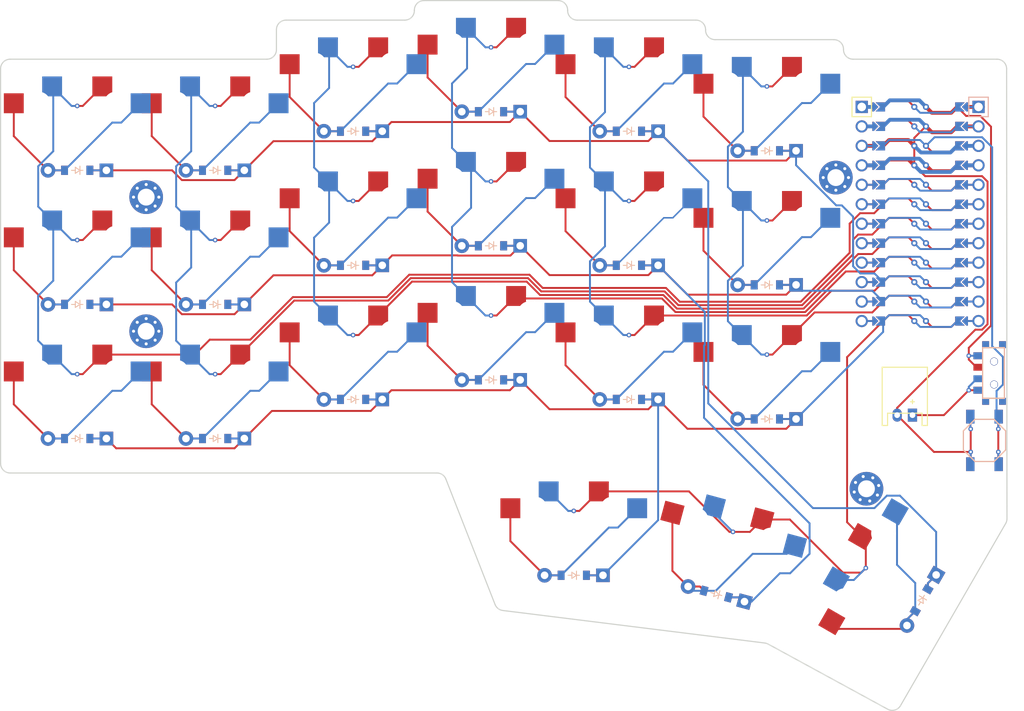
<source format=kicad_pcb>
(kicad_pcb (version 20240108) (generator "pcbnew") (generator_version "8.0")
  (title_block (title "sunflower") (rev "v1.0.0") (company "Unknown"))
  (layers (0 "F.Cu" signal) (31 "B.Cu" signal) (34 "B.Paste" user) (35 "F.Paste" user) (36 "B.SilkS" user "B.Silkscreen") (37 "F.SilkS" user "F.Silkscreen") (38 "B.Mask" user) (39 "F.Mask" user) (44 "Edge.Cuts" user))
  (net 0 "")
  (net 1 "P3")
  (net 2 "pinky_bottom")
  (net 3 "pinky_home")
  (net 4 "pinky_top")
  (net 5 "P4")
  (net 6 "pinky2_bottom")
  (net 7 "pinky2_home")
  (net 8 "pinky2_top")
  (net 9 "P5")
  (net 10 "ring_bottom")
  (net 11 "ring_home")
  (net 12 "ring_top")
  (net 13 "P6")
  (net 14 "middle_bottom")
  (net 15 "middle_home")
  (net 16 "middle_top")
  (net 17 "P7")
  (net 18 "index_bottom")
  (net 19 "index_home")
  (net 20 "index_top")
  (net 21 "P8")
  (net 22 "inner_bottom")
  (net 23 "inner_home")
  (net 24 "inner_top")
  (net 25 "P9")
  (net 26 "cozy_default")
  (net 27 "tucky_default")
  (net 28 "reachy_default")
  (net 29 "P10")
  (net 30 "P16")
  (net 31 "P14")
  (net 32 "P1")
  (net 33 "P0")
  (net 34 "P2")
  (net 35 "RAW")
  (net 36 "GND")
  (net 37 "RST")
  (net 38 "VCC")
  (net 39 "P21")
  (net 40 "P20")
  (net 41 "P19")
  (net 42 "P18")
  (net 43 "P15")
  (footprint "E73:SPDT_C128955" (layer "F.Cu") (at 219.65 96.45 -90)
    (property "Reference" "T1" (hide yes))
    (property "Value" "" (hide yes))
  )
  (footprint "E73:SW_TACT_ALPS_SKQGABE010" (layer "F.Cu") (at 218.4 105.25 90)
    (property "Reference" "B1" (hide yes))
    (property "Value" "" (hide yes))
  )
  (footprint "VIA-0.6mm" (layer "F.Cu") (at 172 91.5)
    (property "Reference" "REF**" (hide yes))
    (property "Value" "VIA-0.6mm" (hide yes))
  )
  (footprint "VIA-0.6mm" (layer "F.Cu") (at 190 94.05)
    (property "Reference" "REF**" (hide yes))
    (property "Value" "VIA-0.6mm" (hide yes))
  )
  (footprint "ComboDiode" (layer "F.Cu") (at 183.399199 125.298631 165)
    (property "Reference" "D20" (hide yes))
    (property "Value" "" (hide yes))
  )
  (footprint "VIA-0.6mm" (layer "F.Cu") (at 220.2 103.75)
    (property "Reference" "REF**" (hide yes))
    (property "Value" "VIA-0.6mm" (hide yes))
  )
  (footprint "ComboDiode" (layer "F.Cu") (at 190 102.45 180)
    (property "Reference" "D16" (hide yes))
    (property "Value" "" (hide yes))
  )
  (footprint "ComboDiode" (layer "F.Cu") (at 164.8 122.85 180)
    (property "Reference" "D19" (hide yes))
    (property "Value" "" (hide yes))
  )
  (footprint "PG1350" (layer "F.Cu") (at 136 77.4)
    (property "Reference" "S8" (hide yes))
    (property "Value" "" (hide yes))
  )
  (footprint "ProMicro" (layer "F.Cu") (at 210 75.7 -90)
    (property "Reference" "MCU1" (hide yes))
    (property "Value" "")
  )
  (footprint "ComboDiode" (layer "F.Cu") (at 190 84.95 180)
    (property "Reference" "D17" (hide yes))
    (property "Value" "" (hide yes))
  )
  (footprint "PG1350" (layer "F.Cu") (at 205.855894 123.600894 60)
    (property "Reference" "S21" (hide yes))
    (property "Value" "" (hide yes))
  )
  (footprint "VIA-0.6mm" (layer "F.Cu") (at 164.8 114.45)
    (property "Reference" "REF**" (hide yes))
    (property "Value" "VIA-0.6mm" (hide yes))
  )
  (footprint "PG1350" (layer "F.Cu") (at 118 100)
    (property "Reference" "S4" (hide yes))
    (property "Value" "" (hide yes))
  )
  (footprint "PG1350" (layer "F.Cu") (at 100 65)
    (property "Reference" "S3" (hide yes))
    (property "Value" "" (hide yes))
  )
  (footprint "PG1350" (layer "F.Cu") (at 172 77.4)
    (property "Reference" "S14" (hide yes))
    (property "Value" "" (hide yes))
  )
  (footprint "VIA-0.6mm" (layer "F.Cu") (at 216.6 106.75)
    (property "Reference" "REF**" (hide yes))
    (property "Value" "VIA-0.6mm" (hide yes))
  )
  (footprint "VIA-0.6mm" (layer "F.Cu") (at 172 74)
    (property "Reference" "REF**" (hide yes))
    (property "Value" "VIA-0.6mm" (hide yes))
  )
  (footprint "VIA-0.6mm" (layer "F.Cu") (at 202.911407 121.900894 60)
    (property "Reference" "REF**" (hide yes))
    (property "Value" "VIA-0.6mm" (hide yes))
  )
  (footprint "ComboDiode" (layer "F.Cu") (at 136 82.4 180)
    (property "Reference" "D8" (hide yes))
    (property "Value" "" (hide yes))
  )
  (footprint "ComboDiode" (layer "F.Cu") (at 118 70 180)
    (property "Reference" "D6" (hide yes))
    (property "Value" "" (hide yes))
  )
  (footprint "ComboDiode" (layer "F.Cu") (at 118 105 180)
    (property "Reference" "D4" (hide yes))
    (property "Value" "" (hide yes))
  )
  (footprint "VIA-0.6mm" (layer "F.Cu") (at 185.573279 117.184854 -15)
    (property "Reference" "REF**" (hide yes))
    (property "Value" "VIA-0.6mm" (hide yes))
  )
  (footprint "MountingHole_2.2mm_M2_Pad_Via" (layer "F.Cu") (at 202.994678 111.556665 60)
    (property "Reference" "_31" (hide yes))
    (property "Value" "")
  )
  (footprint "VIA-0.6mm" (layer "F.Cu") (at 190 76.55)
    (property "Reference" "REF**" (hide yes))
    (property "Value" "VIA-0.6mm" (hide yes))
  )
  (footprint "E73:SW_TACT_ALPS_SKQGABE010" (layer "F.Cu") (at 218.4 105.25 90)
    (property "Reference" "B2" (hide yes))
    (property "Value" "" (hide yes))
  )
  (footprint "VIA-0.6mm" (layer "F.Cu") (at 216.35 98.7)
    (property "Reference" "REF**" (hide yes))
    (property "Value" "VIA-0.6mm" (hide yes))
  )
  (footprint "VIA-0.6mm" (layer "F.Cu") (at 136 56.5)
    (property "Reference" "REF**" (hide yes))
    (property "Value" "VIA-0.6mm" (hide yes))
  )
  (footprint "PG1350" (layer "F.Cu") (at 154 74.85)
    (property "Reference" "S11" (hide yes))
    (property "Value" "" (hide yes))
  )
  (footprint "PG1350" (layer "F.Cu") (at 100 82.5)
    (property "Reference" "S2" (hide yes))
    (property "Value" "" (hide yes))
  )
  (footprint "VIA-0.6mm" (layer "F.Cu") (at 136 91.5)
    (property "Reference" "REF**" (hide yes))
    (property "Value" "VIA-0.6mm" (hide yes))
  )
  (footprint "PG1350" (layer "F.Cu") (at 100 100)
    (property "Reference" "S1" (hide yes))
    (property "Value" "" (hide yes))
  )
  (footprint "PG1350" (layer "F.Cu") (at 118 82.5)
    (property "Reference" "S5" (hide yes))
    (property "Value" "" (hide yes))
  )
  (footprint "PG1350" (layer "F.Cu") (at 190 97.45)
    (property "Reference" "S16" (hide yes))
    (property "Value" "" (hide yes))
  )
  (footprint "ComboDiode" (layer "F.Cu") (at 136 64.9 180)
    (property "Reference" "D9" (hide yes))
    (property "Value" "" (hide yes))
  )
  (footprint "PG1350" (layer "F.Cu") (at 154 92.35)
    (property "Reference" "S10" (hide yes))
    (property "Value" "" (hide yes))
  )
  (footprint "PG1350" (layer "F.Cu") (at 118 65)
    (property "Reference" "S6" (hide yes))
    (property "Value" "" (hide yes))
  )
  (footprint "MountingHole_2.2mm_M2_Pad_Via" (layer "F.Cu") (at 109 91)
    (property "Reference" "_29" (hide yes))
    (property "Value" "")
  )
  (footprint "MountingHole_2.2mm_M2_Pad_Via" (layer "F.Cu") (at 199 70.95)
    (property "Reference" "_30" (hide yes))
    (property "Value" "")
  )
  (footprint "PG1350" (layer "F.Cu") (at 190 62.45)
    (property "Reference" "S18" (hide yes))
    (property "Value" "" (hide yes))
  )
  (footprint "VIA-0.6mm" (layer "F.Cu") (at 154 53.95)
    (property "Reference" "REF**" (hide yes))
    (property "Value" "VIA-0.6mm" (hide yes))
  )
  (footprint "VIA-0.6mm" (layer "F.Cu") (at 100 96.6)
    (property "Reference" "REF**" (hide yes))
    (property "Value" "VIA-0.6mm" (hide yes))
  )
  (footprint "VIA-0.6mm" (layer "F.Cu") (at 216.6 103.75)
    (property "Reference" "REF**" (hide yes))
    (property "Value" "VIA-0.6mm" (hide yes))
  )
  (footprint "E73:SPDT_C128955" (layer "F.Cu") (at 219.65 96.45 -90)
    (property "Reference" "T2" (hide yes))
    (property "Value" "" (hide yes))
  )
  (footprint "ComboDiode" (layer "F.Cu") (at 190 67.45 180)
    (property "Reference" "D18" (hide yes))
    (property "Value" "" (hide yes))
  )
  (footprint "PG1350" (layer "F.Cu") (at 172 94.9)
    (property "Reference" "S13" (hide yes))
    (property "Value" "" (hide yes))
  )
  (footprint "ComboDiode" (layer "F.Cu") (at 172 64.9 180)
    (property "Reference" "D15" (hide yes))
    (property "Value" "" (hide yes))
  )
  (footprint "VIA-0.6mm" (layer "F.Cu") (at 118 79.1)
    (property "Reference" "REF**" (hide yes))
    (property "Value" "VIA-0.6mm" (hide yes))
  )
  (footprint "VIA-0.6mm" (layer "F.Cu") (at 154 88.95)
    (property "Reference" "REF**" (hide yes))
    (property "Value" "VIA-0.6mm" (hide yes))
  )
  (footprint "VIA-0.6mm" (layer "F.Cu") (at 172 56.5)
    (property "Reference" "REF**" (hide yes))
    (property "Value" "VIA-0.6mm" (hide yes))
  )
  (footprint "ComboDiode" (layer "F.Cu") (at 172 82.4 180)
    (property "Reference" "D14" (hide yes))
    (property "Value" "" (hide yes))
  )
  (footprint "PG1350" (layer "F.Cu") (at 190 79.95)
    (property "Reference" "S17" (hide yes))
    (property "Value" "" (hide yes))
  )
  (footprint "PG1350" (layer "F.Cu") (at 154 57.35)
    (property "Reference" "S12" (hide yes))
    (property "Value" "" (hide yes))
  )
  (footprint "VIA-0.6mm" (layer "F.Cu") (at 136 74)
    (property "Reference" "REF**" (hide yes))
    (property "Value" "VIA-0.6mm" (hide yes))
  )
  (footprint "VIA-0.6mm" (layer "F.Cu") (at 216.35 94.2)
    (property "Reference" "REF**" (hide yes))
    (property "Value" "VIA-0.6mm" (hide yes))
  )
  (footprint "VIA-0.6mm" (layer "F.Cu") (at 190 59.05)
    (property "Reference" "REF**" (hide yes))
    (property "Value" "VIA-0.6mm" (hide yes))
  )
  (footprint "ComboDiode" (layer "F.Cu") (at 100 70 180)
    (property "Reference" "D3" (hide yes))
    (property "Value" "" (hide yes))
  )
  (footprint "VIA-0.6mm" (layer "F.Cu") (at 154 71.45)
    (property "Reference" "REF**" (hide yes))
    (property "Value" "VIA-0.6mm" (hide yes))
  )
  (footprint "PG1350" (layer "F.Cu") (at 164.8 117.85)
    (property "Reference" "S19" (hide yes))
    (property "Value" "" (hide yes))
  )
  (footprint "VIA-0.6mm" (layer "F.Cu") (at 220.2 106.75)
    (property "Reference" "REF**" (hide yes))
    (property "Value" "VIA-0.6mm" (hide yes))
  )
  (footprint "MountingHole_2.2mm_M2_Pad_Via" (layer "F.Cu") (at 109 73.5)
    (property "Reference" "_28" (hide yes))
    (property "Value" "")
  )
  (footprint "ComboDiode" (layer "F.Cu") (at 154 97.35 180)
    (property "Reference" "D10" (hide yes))
    (property "Value" "" (hide yes))
  )
  (footprint "ComboDiode" (layer "F.Cu") (at 154 79.85 180)
    (property "Reference" "D11" (hide yes))
    (property "Value" "" (hide yes))
  )
  (footprint "PG1350" (layer "F.Cu") (at 172 59.9)
    (property "Reference" "S15" (hide yes))
    (property "Value" "" (hide yes))
  )
  (footprint "VIA-0.6mm" (layer "F.Cu") (at 118 96.6)
    (property "Reference" "REF**" (hide yes))
    (property "Value" "VIA-0.6mm" (hide yes))
  )
  (footprint "ComboDiode" (layer "F.Cu") (at 136 99.9 180)
    (property "Reference" "D7" (hide yes))
    (property "Value" "" (hide yes))
  )
  (footprint "PG1350" (layer "F.Cu") (at 136 59.9)
    (property "Reference" "S9" (hide yes))
    (property "Value" "" (hide yes))
  )
  (footprint "PG1350" (layer "F.Cu") (at 136 94.9)
    (property "Reference" "S7" (hide yes))
    (property "Value" "" (hide yes))
  )
  (footprint "ComboDiode" (layer "F.Cu") (at 118 87.5 180)
    (property "Reference" "D5" (hide yes))
    (property "Value" "" (hide yes))
  )
  (footprint "ComboDiode" (layer "F.Cu") (at 172 99.9 180)
    (property "Reference" "D13" (hide yes))
    (property "Value" "" (hide yes))
  )
  (footprint "VIA-0.6mm" (layer "F.Cu") (at 118 61.6)
    (property "Reference" "REF**" (hide yes))
    (property "Value" "VIA-0.6mm" (hide yes))
  )
  (footprint "ComboDiode" (layer "F.Cu") (at 100 87.5 180)
    (property "Reference" "D2" (hide yes))
    (property "Value" "" (hide yes))
  )
  (footprint "ComboDiode" (layer "F.Cu") (at 154 62.35 180)
    (property "Reference" "D12" (hide yes))
    (property "Value" "" (hide yes))
  )
  (footprint "ComboDiode" (layer "F.Cu") (at 210.186021 126.100894 -120)
    (property "Reference" "D21" (hide yes))
    (property "Value" "" (hide yes))
  )
  (footprint "VIA-0.6mm" (layer "F.Cu") (at 100 79.1)
    (property "Reference" "REF**" (hide yes))
    (property "Value" "VIA-0.6mm" (hide yes))
  )
  (footprint "ComboDiode" (layer "F.Cu") (at 100 105 180)
    (property "Reference" "D1" (hide yes))
    (property "Value" "" (hide yes))
  )
  (footprint "VIA-0.6mm" (layer "F.Cu") (at 100 61.6)
    (property "Reference" "REF**" (hide yes))
    (property "Value" "VIA-0.6mm" (hide yes))
  )
  (footprint "JST_PH_S2B-PH-K_02x2.00mm_Angled" (layer "F.Cu") (at 208 101.95 180)
    (property "Reference" "JST1" (hide yes))
    (property "Value" "" (hide yes))
  )
  (footprint "PG1350" (layer "F.Cu") (at 184.693294 120.469002 -15)
    (property "Reference" "S20" (hide yes))
    (property "Value" "" (hide yes))
  )
  (gr_line (start 221.165395 116.084059) (end 207.442877 139.852157) (stroke (width 0.15)) (layer "Edge.Cuts"))
  (gr_arc (start 126 54.25) (mid 125.633883 55.133883) (end 124.75 55.5) (stroke (width 0.15)) (layer "Edge.Cuts"))
  (gr_arc (start 155.538139 127.441651) (mid 154.925468 127.188436) (end 154.528445 126.657535) (stroke (width 0.15)) (layer "Edge.Cuts"))
  (gr_arc (start 189.726339 131.686599) (mid 189.955079 131.737119) (end 190.170376 131.829429) (stroke (width 0.15)) (layer "Edge.Cuts"))
  (gr_arc (start 207.442877 139.852158) (mid 206.698762 140.430475) (end 205.762285 140.324801) (stroke (width 0.15)) (layer "Edge.Cuts"))
  (gr_arc (start 183.25 52.95) (mid 182.366117 52.583883) (end 182 51.7) (stroke (width 0.15)) (layer "Edge.Cuts"))
  (gr_line (start 165.25 50.4) (end 180.75 50.4) (stroke (width 0.15)) (layer "Edge.Cuts"))
  (gr_line (start 90 108.25) (end 90 56.75) (stroke (width 0.15)) (layer "Edge.Cuts"))
  (gr_arc (start 162.75 47.85) (mid 163.633883 48.216117) (end 164 49.1) (stroke (width 0.15)) (layer "Edge.Cuts"))
  (gr_line (start 201.25 55.5) (end 220.035215 55.5) (stroke (width 0.15)) (layer "Edge.Cuts"))
  (gr_line (start 145.25 47.85) (end 162.75 47.85) (stroke (width 0.15)) (layer "Edge.Cuts"))
  (gr_line (start 221.285215 56.748986) (end 221.332863 115.458045) (stroke (width 0.15)) (layer "Edge.Cuts"))
  (gr_arc (start 165.25 50.4) (mid 164.366117 50.033883) (end 164 49.15) (stroke (width 0.15)) (layer "Edge.Cuts"))
  (gr_arc (start 220.035216 55.5) (mid 220.91874 55.865758) (end 221.285215 56.748986) (stroke (width 0.15)) (layer "Edge.Cuts"))
  (gr_arc (start 146.947516 109.5) (mid 147.651806 109.717298) (end 148.111232 110.293641) (stroke (width 0.15)) (layer "Edge.Cuts"))
  (gr_line (start 182 51.65) (end 182 51.7) (stroke (width 0.15)) (layer "Edge.Cuts"))
  (gr_arc (start 144 49.1) (mid 144.366117 48.216117) (end 145.25 47.85) (stroke (width 0.15)) (layer "Edge.Cuts"))
  (gr_line (start 146.947515 109.5) (end 91.25 109.5) (stroke (width 0.15)) (layer "Edge.Cuts"))
  (gr_arc (start 144 49.15) (mid 143.633883 50.033883) (end 142.75 50.4) (stroke (width 0.15)) (layer "Edge.Cuts"))
  (gr_line (start 189.726339 131.686599) (end 155.538139 127.44165) (stroke (width 0.15)) (layer "Edge.Cuts"))
  (gr_line (start 164 49.1) (end 164 49.15) (stroke (width 0.15)) (layer "Edge.Cuts"))
  (gr_line (start 144 49.15) (end 144 49.1) (stroke (width 0.15)) (layer "Edge.Cuts"))
  (gr_line (start 183.25 52.95) (end 198.75 52.95) (stroke (width 0.15)) (layer "Edge.Cuts"))
  (gr_line (start 200 54.2) (end 200 54.25) (stroke (width 0.15)) (layer "Edge.Cuts"))
  (gr_line (start 154.528445 126.657535) (end 148.111232 110.293641) (stroke (width 0.15)) (layer "Edge.Cuts"))
  (gr_arc (start 90 56.75) (mid 90.366117 55.866117) (end 91.25 55.5) (stroke (width 0.15)) (layer "Edge.Cuts"))
  (gr_arc (start 201.25 55.5) (mid 200.366117 55.133883) (end 200 54.25) (stroke (width 0.15)) (layer "Edge.Cuts"))
  (gr_line (start 126 54.25) (end 126 51.65) (stroke (width 0.15)) (layer "Edge.Cuts"))
  (gr_arc (start 126 51.65) (mid 126.366117 50.766117) (end 127.25 50.4) (stroke (width 0.15)) (layer "Edge.Cuts"))
  (gr_line (start 127.25 50.4) (end 142.75 50.4) (stroke (width 0.15)) (layer "Edge.Cuts"))
  (gr_arc (start 221.332863 115.458044) (mid 221.290402 115.782093) (end 221.165395 116.084059) (stroke (width 0.15)) (layer "Edge.Cuts"))
  (gr_arc (start 91.25 109.5) (mid 90.366117 109.133883) (end 90 108.25) (stroke (width 0.15)) (layer "Edge.Cuts"))
  (gr_arc (start 198.75 52.95) (mid 199.633883 53.316117) (end 200 54.2) (stroke (width 0.15)) (layer "Edge.Cuts"))
  (gr_arc (start 180.75 50.4) (mid 181.633883 50.766117) (end 182 51.65) (stroke (width 0.15)) (layer "Edge.Cuts"))
  (gr_line (start 91.25 55.5) (end 124.75 55.5) (stroke (width 0.15)) (layer "Edge.Cuts"))
  (gr_line (start 205.762285 140.324801) (end 190.170376 131.829429) (stroke (width 0.15)) (layer "Edge.Cuts"))
  (segment (start 100 61.6) (end 100.725 61.6) (width 0.25) (layer "F.Cu") (net 1))
  (segment (start 159.022792 83.625) (end 160.747792 85.35) (width 0.25) (layer "F.Cu") (net 1))
  (segment (start 176.834188 85.35) (end 178.634188 87.15) (width 0.25) (layer "F.Cu") (net 1))
  (segment (start 204.004 75.6) (end 205.174 74.43) (width 0.25) (layer "F.Cu") (net 1))
  (segment (start 100.725 79.1) (end 100 79.1) (width 0.25) (layer "F.Cu") (net 1))
  (segment (start 115.34835 94.05) (end 117.29835 92.1) (width 0.25) (layer "F.Cu") (net 1))
  (segment (start 160.747792 85.35) (end 176.834188 85.35) (width 0.25) (layer "F.Cu") (net 1))
  (segment (start 200.805 80.761217) (end 200.805 76.954009) (width 0.25) (layer "F.Cu") (net 1))
  (segment (start 103.275 94.05) (end 115.34835 94.05) (width 0.25) (layer "F.Cu") (net 1))
  (segment (start 202.159009 75.6) (end 204.004 75.6) (width 0.25) (layer "F.Cu") (net 1))
  (segment (start 117.29835 92.1) (end 122.588604 92.1) (width 0.25) (layer "F.Cu") (net 1))
  (segment (start 128.138604 86.55) (end 140.402208 86.55) (width 0.25) (layer "F.Cu") (net 1))
  (segment (start 100.725 61.6) (end 103.275 59.05) (width 0.25) (layer "F.Cu") (net 1))
  (segment (start 194.416217 87.15) (end 200.805 80.761217) (width 0.25) (layer "F.Cu") (net 1))
  (segment (start 200.805 76.954009) (end 202.159009 75.6) (width 0.25) (layer "F.Cu") (net 1))
  (segment (start 103.275 76.55) (end 100.725 79.1) (width 0.25) (layer "F.Cu") (net 1))
  (segment (start 140.402208 86.55) (end 143.327208 83.625) (width 0.25) (layer "F.Cu") (net 1))
  (segment (start 178.634188 87.15) (end 194.416217 87.15) (width 0.25) (layer "F.Cu") (net 1))
  (segment (start 103.275 94.05) (end 100.725 96.6) (width 0.25) (layer "F.Cu") (net 1))
  (segment (start 122.588604 92.1) (end 128.138604 86.55) (width 0.25) (layer "F.Cu") (net 1))
  (segment (start 100.725 96.6) (end 100 96.6) (width 0.25) (layer "F.Cu") (net 1))
  (segment (start 143.327208 83.625) (end 159.022792 83.625) (width 0.25) (layer "F.Cu") (net 1))
  (segment (start 96.875 59.2) (end 96.875 67.508342) (width 0.25) (layer "B.Cu") (net 1))
  (segment (start 96.725 94.05) (end 99.275 96.6) (width 0.25) (layer "B.Cu") (net 1))
  (segment (start 99.275 79.1) (end 100 79.1) (width 0.25) (layer "B.Cu") (net 1))
  (segment (start 96.875 67.508342) (end 94.9125 69.470842) (width 0.25) (layer "B.Cu") (net 1))
  (segment (start 96.875 84.400999) (end 94.9 86.375999) (width 0.25) (layer "B.Cu") (net 1))
  (segment (start 94.9 92.225) (end 96.725 94.05) (width 0.25) (layer "B.Cu") (net 1))
  (segment (start 96.725 59.05) (end 96.875 59.2) (width 0.25) (layer "B.Cu") (net 1))
  (segment (start 94.9125 69.470842) (end 94.9125 74.7375) (width 0.25) (layer "B.Cu") (net 1))
  (segment (start 96.725 76.55) (end 96.875 76.7) (width 0.25) (layer "B.Cu") (net 1))
  (segment (start 96.725 76.55) (end 99.275 79.1) (width 0.25) (layer "B.Cu") (net 1))
  (segment (start 99.275 61.6) (end 100 61.6) (width 0.25) (layer "B.Cu") (net 1))
  (segment (start 94.9 86.375999) (end 94.9 92.225) (width 0.25) (layer "B.Cu") (net 1))
  (segment (start 99.275 96.6) (end 100 96.6) (width 0.25) (layer "B.Cu") (net 1))
  (segment (start 96.875 76.7) (end 96.875 84.400999) (width 0.25) (layer "B.Cu") (net 1))
  (segment (start 96.725 59.05) (end 99.275 61.6) (width 0.25) (layer "B.Cu") (net 1))
  (segment (start 94.9125 74.7375) (end 96.725 76.55) (width 0.25) (layer "B.Cu") (net 1))
  (segment (start 91.725 100.535) (end 96.19 105) (width 0.25) (layer "F.Cu") (net 2))
  (segment (start 91.725 96.25) (end 91.725 100.535) (width 0.25) (layer "F.Cu") (net 2))
  (segment (start 96.19 105) (end 98.35 105) (width 0.25) (layer "F.Cu") (net 2))
  (segment (start 98.35 105) (end 104.5759 98.7741) (width 0.25) (layer "B.Cu") (net 2))
  (segment (start 104.5759 98.7741) (end 105.7509 98.7741) (width 0.25) (layer "B.Cu") (net 2))
  (segment (start 105.7509 98.7741) (end 108.275 96.25) (width 0.25) (layer "B.Cu") (net 2))
  (segment (start 96.19 105) (end 98.35 105) (width 0.25) (layer "B.Cu") (net 2))
  (segment (start 91.725 78.75) (end 91.725 83.035) (width 0.25) (layer "F.Cu") (net 3))
  (segment (start 98.35 87.5) (end 96.19 87.5) (width 0.25) (layer "F.Cu") (net 3))
  (segment (start 91.725 83.035) (end 96.19 87.5) (width 0.25) (layer "F.Cu") (net 3))
  (segment (start 105.7509 81.2741) (end 104.5759 81.2741) (width 0.25) (layer "B.Cu") (net 3))
  (segment (start 98.35 87.5) (end 96.19 87.5) (width 0.25) (layer "B.Cu") (net 3))
  (segment (start 104.5759 81.2741) (end 98.35 87.5) (width 0.25) (layer "B.Cu") (net 3))
  (segment (start 108.275 78.75) (end 105.7509 81.2741) (width 0.25) (layer "B.Cu") (net 3))
  (segment (start 96.19 70) (end 98.35 70) (width 0.25) (layer "F.Cu") (net 4))
  (segment (start 91.725 65.535) (end 96.19 70) (width 0.25) (layer "F.Cu") (net 4))
  (segment (start 91.725 61.25) (end 91.725 65.535) (width 0.25) (layer "F.Cu") (net 4))
  (segment (start 96.19 70) (end 98.35 70) (width 0.25) (layer "B.Cu") (net 4))
  (segment (start 108.275 61.25) (end 105.7509 63.7741) (width 0.25) (layer "B.Cu") (net 4))
  (segment (start 105.7509 63.7741) (end 104.5759 63.7741) (width 0.25) (layer "B.Cu") (net 4))
  (segment (start 104.5759 63.7741) (end 98.35 70) (width 0.25) (layer "B.Cu") (net 4))
  (segment (start 201.255 80.947613) (end 201.255 79.044009) (width 0.25) (layer "F.Cu") (net 5))
  (segment (start 118 61.6) (end 118.725 61.6) (width 0.25) (layer "F.Cu") (net 5))
  (segment (start 118 96.6) (end 118.725 96.6) (width 0.25) (layer "F.Cu") (net 5))
  (segment (start 201.255 79.044009) (end 201.914009 78.385) (width 0.25) (layer "F.Cu") (net 5))
  (segment (start 203.759 78.385) (end 205.174 76.97) (width 0.25) (layer "F.Cu") (net 5))
  (segment (start 178.447792 87.6) (end 194.602613 87.6) (width 0.25) (layer "F.Cu") (net 5))
  (segment (start 160.561396 85.8) (end 176.647792 85.8) (width 0.25) (layer "F.Cu") (net 5))
  (segment (start 201.914009 78.385) (end 203.759 78.385) (width 0.25) (layer "F.Cu") (net 5))
  (segment (start 121.275 76.55) (end 118.725 79.1) (width 0.25) (layer "F.Cu") (net 5))
  (segment (start 118.725 61.6) (end 121.275 59.05) (width 0.25) (layer "F.Cu") (net 5))
  (segment (start 118.725 96.6) (end 121.275 94.05) (width 0.25) (layer "F.Cu") (net 5))
  (segment (start 194.602613 87.6) (end 201.255 80.947613) (width 0.25) (layer "F.Cu") (net 5))
  (segment (start 176.647792 85.8) (end 178.447792 87.6) (width 0.25) (layer "F.Cu") (net 5))
  (segment (start 143.513604 84.075) (end 158.836396 84.075) (width 0.25) (layer "F.Cu") (net 5))
  (segment (start 121.275 94.05) (end 128.325 87) (width 0.25) (layer "F.Cu") (net 5))
  (segment (start 140.588604 87) (end 143.513604 84.075) (width 0.25) (layer "F.Cu") (net 5))
  (segment (start 158.836396 84.075) (end 160.561396 85.8) (width 0.25) (layer "F.Cu") (net 5))
  (segment (start 118.725 79.1) (end 118 79.1) (width 0.25) (layer "F.Cu") (net 5))
  (segment (start 128.325 87) (end 140.588604 87) (width 0.25) (layer "F.Cu") (net 5))
  (segment (start 117.275 96.6) (end 118 96.6) (width 0.25) (layer "B.Cu") (net 5))
  (segment (start 112.9125 84.646184) (end 114.875 82.683684) (width 0.25) (layer "B.Cu") (net 5))
  (segment (start 114.725 59.05) (end 114.875 59.2) (width 0.25) (layer "B.Cu") (net 5))
  (segment (start 114.725 59.05) (end 117.275 61.6) (width 0.25) (layer "B.Cu") (net 5))
  (segment (start 114.725 94.05) (end 112.9125 92.2375) (width 0.25) (layer "B.Cu") (net 5))
  (segment (start 112.9125 92.2375) (end 112.9125 84.646184) (width 0.25) (layer "B.Cu") (net 5))
  (segment (start 117.275 79.1) (end 118 79.1) (width 0.25) (layer "B.Cu") (net 5))
  (segment (start 112.9125 74.7375) (end 114.725 76.55) (width 0.25) (layer "B.Cu") (net 5))
  (segment (start 114.875 76.7) (end 114.725 76.55) (width 0.25) (layer "B.Cu") (net 5))
  (segment (start 114.725 76.55) (end 117.275 79.1) (width 0.25) (layer "B.Cu") (net 5))
  (segment (start 112.9125 69.470842) (end 112.9125 74.7375) (width 0.25) (layer "B.Cu") (net 5))
  (segment (start 114.875 59.2) (end 114.875 67.508342) (width 0.25) (layer "B.Cu") (net 5))
  (segment (start 114.875 67.508342) (end 112.9125 69.470842) (width 0.25) (layer "B.Cu") (net 5))
  (segment (start 117.275 61.6) (end 118 61.6) (width 0.25) (layer "B.Cu") (net 5))
  (segment (start 114.725 94.05) (end 117.275 96.6) (width 0.25) (layer "B.Cu") (net 5))
  (segment (start 114.875 82.683684) (end 114.875 76.7) (width 0.25) (layer "B.Cu") (net 5))
  (segment (start 114.19 105) (end 116.35 105) (width 0.25) (layer "F.Cu") (net 6))
  (segment (start 109.725 100.535) (end 114.19 105) (width 0.25) (layer "F.Cu") (net 6))
  (segment (start 109.725 96.25) (end 109.725 100.535) (width 0.25) (layer "F.Cu") (net 6))
  (segment (start 116.35 105) (end 122.5759 98.7741) (width 0.25) (layer "B.Cu") (net 6))
  (segment (start 114.19 105) (end 116.35 105) (width 0.25) (layer "B.Cu") (net 6))
  (segment (start 122.5759 98.7741) (end 123.7509 98.7741) (width 0.25) (layer "B.Cu") (net 6))
  (segment (start 123.7509 98.7741) (end 126.275 96.25) (width 0.25) (layer "B.Cu") (net 6))
  (segment (start 114.19 87.5) (end 116.35 87.5) (width 0.25) (layer "F.Cu") (net 7))
  (segment (start 109.725 78.75) (end 109.725 83.035) (width 0.25) (layer "F.Cu") (net 7))
  (segment (start 109.725 83.035) (end 114.19 87.5) (width 0.25) (layer "F.Cu") (net 7))
  (segment (start 116.35 87.5) (end 114.19 87.5) (width 0.25) (layer "B.Cu") (net 7))
  (segment (start 126.275 78.75) (end 123.7509 81.2741) (width 0.25) (layer "B.Cu") (net 7))
  (segment (start 123.7509 81.2741) (end 122.5759 81.2741) (width 0.25) (layer "B.Cu") (net 7))
  (segment (start 122.5759 81.2741) (end 116.35 87.5) (width 0.25) (layer "B.Cu") (net 7))
  (segment (start 114.19 70) (end 116.35 70) (width 0.25) (layer "F.Cu") (net 8))
  (segment (start 109.725 61.25) (end 109.725 65.535) (width 0.25) (layer "F.Cu") (net 8))
  (segment (start 109.725 65.535) (end 114.19 70) (width 0.25) (layer "F.Cu") (net 8))
  (segment (start 123.7509 63.7741) (end 122.5759 63.7741) (width 0.25) (layer "B.Cu") (net 8))
  (segment (start 122.5759 63.7741) (end 116.35 70) (width 0.25) (layer "B.Cu") (net 8))
  (segment (start 126.275 61.25) (end 123.7509 63.7741) (width 0.25) (layer "B.Cu") (net 8))
  (segment (start 116.35 70) (end 114.19 70) (width 0.25) (layer "B.Cu") (net 8))
  (segment (start 194.789009 88.05) (end 201.914009 80.925) (width 0.25) (layer "F.Cu") (net 9))
  (segment (start 201.914009 80.925) (end 203.759 80.925) (width 0.25) (layer "F.Cu") (net 9))
  (segment (start 136.725 74) (end 136 74) (width 0.25) (layer "F.Cu") (net 9))
  (segment (start 139.275 88.95) (end 143.7 84.525) (width 0.25) (layer "F.Cu") (net 9))
  (segment (start 139.275 53.95) (end 136.725 56.5) (width 0.25) (layer "F.Cu") (net 9))
  (segment (start 143.7 84.525) (end 158.65 84.525) (width 0.25) (layer "F.Cu") (net 9))
  (segment (start 136 91.5) (end 136.725 91.5) (width 0.25) (layer "F.Cu") (net 9))
  (segment (start 158.65 84.525) (end 160.4 86.275) (width 0.25) (layer "F.Cu") (net 9))
  (segment (start 176.486396 86.275) (end 178.261396 88.05) (width 0.25) (layer "F.Cu") (net 9))
  (segment (start 136.725 56.5) (end 136 56.5) (width 0.25) (layer "F.Cu") (net 9))
  (segment (start 178.261396 88.05) (end 194.789009 88.05) (width 0.25) (layer "F.Cu") (net 9))
  (segment (start 160.4 86.275) (end 176.486396 86.275) (width 0.25) (layer "F.Cu") (net 9))
  (segment (start 139.275 71.45) (end 136.725 74) (width 0.25) (layer "F.Cu") (net 9))
  (segment (start 136.725 91.5) (end 139.275 88.95) (width 0.25) (layer "F.Cu") (net 9))
  (segment (start 203.759 80.925) (end 205.174 79.51) (width 0.25) (layer "F.Cu") (net 9))
  (segment (start 132.725 53.95) (end 135.275 56.5) (width 0.25) (layer "B.Cu") (net 9))
  (segment (start 130.9125 61.221184) (end 132.875 59.258684) (width 0.25) (layer "B.Cu") (net 9))
  (segment (start 132.725 71.45) (end 135.275 74) (width 0.25) (layer "B.Cu") (net 9))
  (segment (start 130.9125 78.7875) (end 132.875 76.825) (width 0.25) (layer "B.Cu") (net 9))
  (segment (start 132.875 54.1) (end 132.725 53.95) (width 0.25) (layer "B.Cu") (net 9))
  (segment (start 132.875 71.6) (end 132.725 71.45) (width 0.25) (layer "B.Cu") (net 9))
  (segment (start 132.875 59.258684) (end 132.875 54.1) (width 0.25) (layer "B.Cu") (net 9))
  (segment (start 135.275 56.5) (end 136 56.5) (width 0.25) (layer "B.Cu") (net 9))
  (segment (start 132.725 88.95) (end 130.9125 87.1375) (width 0.25) (layer "B.Cu") (net 9))
  (segment (start 132.725 88.95) (end 135.275 91.5) (width 0.25) (layer "B.Cu") (net 9))
  (segment (start 130.9125 87.1375) (end 130.9125 78.7875) (width 0.25) (layer "B.Cu") (net 9))
  (segment (start 130.9125 69.6375) (end 130.9125 61.221184) (width 0.25) (layer "B.Cu") (net 9))
  (segment (start 132.725 71.45) (end 130.9125 69.6375) (width 0.25) (layer "B.Cu") (net 9))
  (segment (start 132.875 76.825) (end 132.875 71.6) (width 0.25) (layer "B.Cu") (net 9))
  (segment (start 135.275 74) (end 136 74) (width 0.25) (layer "B.Cu") (net 9))
  (segment (start 135.275 91.5) (end 136 91.5) (width 0.25) (layer "B.Cu") (net 9))
  (segment (start 134.35 99.9) (end 132.19 99.9) (width 0.25) (layer "F.Cu") (net 10))
  (segment (start 127.725 91.15) (end 127.725 95.435) (width 0.25) (layer "F.Cu") (net 10))
  (segment (start 127.725 95.435) (end 132.19 99.9) (width 0.25) (layer "F.Cu") (net 10))
  (segment (start 141.7509 93.6741) (end 140.5759 93.6741) (width 0.25) (layer "B.Cu") (net 10))
  (segment (start 144.275 91.15) (end 141.7509 93.6741) (width 0.25) (layer "B.Cu") (net 10))
  (segment (start 132.19 99.9) (end 134.35 99.9) (width 0.25) (layer "B.Cu") (net 10))
  (segment (start 140.5759 93.6741) (end 134.35 99.9) (width 0.25) (layer "B.Cu") (net 10))
  (segment (start 127.725 77.935) (end 132.19 82.4) (width 0.25) (layer "F.Cu") (net 11))
  (segment (start 127.725 73.65) (end 127.725 77.935) (width 0.25) (layer "F.Cu") (net 11))
  (segment (start 132.19 82.4) (end 134.35 82.4) (width 0.25) (layer "F.Cu") (net 11))
  (segment (start 140.5759 76.1741) (end 134.35 82.4) (width 0.25) (layer "B.Cu") (net 11))
  (segment (start 144.275 73.65) (end 141.7509 76.1741) (width 0.25) (layer "B.Cu") (net 11))
  (segment (start 132.19 82.4) (end 134.35 82.4) (width 0.25) (layer "B.Cu") (net 11))
  (segment (start 141.7509 76.1741) (end 140.5759 76.1741) (width 0.25) (layer "B.Cu") (net 11))
  (segment (start 127.725 60.435) (end 132.19 64.9) (width 0.25) (layer "F.Cu") (net 12))
  (segment (start 127.725 56.15) (end 127.725 60.435) (width 0.25) (layer "F.Cu") (net 12))
  (segment (start 132.19 64.9) (end 134.35 64.9) (width 0.25) (layer "F.Cu") (net 12))
  (segment (start 134.35 64.9) (end 132.19 64.9) (width 0.25) (layer "B.Cu") (net 12))
  (segment (start 144.275 56.15) (end 141.7509 58.6741) (width 0.25) (layer "B.Cu") (net 12))
  (segment (start 140.5759 58.6741) (end 134.35 64.9) (width 0.25) (layer "B.Cu") (net 12))
  (segment (start 141.7509 58.6741) (end 140.5759 58.6741) (width 0.25) (layer "B.Cu") (net 12))
  (segment (start 154.725 71.45) (end 157.275 68.9) (width 0.25) (layer "F.Cu") (net 13))
  (segment (start 157.911675 87.036675) (end 158.22335 86.725) (width 0.25) (layer "F.Cu") (net 13))
  (segment (start 154 71.45) (end 154.725 71.45) (width 0.25) (layer "F.Cu") (net 13))
  (segment (start 176.3 86.725) (end 178.075 88.5) (width 0.25) (layer "F.Cu") (net 13))
  (segment (start 154.725 88.95) (end 154 88.95) (width 0.25) (layer "F.Cu") (net 13))
  (segment (start 158.22335 86.725) (end 176.3 86.725) (width 0.25) (layer "F.Cu") (net 13))
  (segment (start 200.302208 83.2) (end 204.024 83.2) (width 0.25) (layer "F.Cu") (net 13))
  (segment (start 204.024 83.2) (end 205.174 82.05) (width 0.25) (layer "F.Cu") (net 13))
  (segment (start 178.075 88.5) (end 195.002208 88.5) (width 0.25) (layer "F.Cu") (net 13))
  (segment (start 157.275 86.4) (end 154.725 88.95) (width 0.25) (layer "F.Cu") (net 13))
  (segment (start 154.725 53.95) (end 154 53.95) (width 0.25) (layer "F.Cu") (net 13))
  (segment (start 195.002208 88.5) (end 200.302208 83.2) (width 0.25) (layer "F.Cu") (net 13))
  (segment (start 157.275 86.4) (end 157.911675 87.036675) (width 0.25) (layer "F.Cu") (net 13))
  (segment (start 157.275 51.4) (end 154.725 53.95) (width 0.25) (layer "F.Cu") (net 13))
  (segment (start 150.875 56.708684) (end 150.875 51.55) (width 0.25) (layer "B.Cu") (net 13))
  (segment (start 150.725 68.9) (end 148.9125 67.0875) (width 0.25) (layer "B.Cu") (net 13))
  (segment (start 150.725 86.4) (end 148.9125 84.5875) (width 0.25) (layer "B.Cu") (net 13))
  (segment (start 153.275 88.95) (end 154 88.95) (width 0.25) (layer "B.Cu") (net 13))
  (segment (start 153.275 53.95) (end 154 53.95) (width 0.25) (layer "B.Cu") (net 13))
  (segment (start 150.725 51.4) (end 153.275 53.95) (width 0.25) (layer "B.Cu") (net 13))
  (segment (start 150.725 68.9) (end 153.275 71.45) (width 0.25) (layer "B.Cu") (net 13))
  (segment (start 151.4 69.575) (end 150.725 68.9) (width 0.25) (layer "B.Cu") (net 13))
  (segment (start 153.275 71.45) (end 154 71.45) (width 0.25) (layer "B.Cu") (net 13))
  (segment (start 148.9125 84.5875) (end 148.9125 77.3875) (width 0.25) (layer "B.Cu") (net 13))
  (segment (start 148.9125 58.671184) (end 150.875 56.708684) (width 0.25) (layer "B.Cu") (net 13))
  (segment (start 150.875 51.55) (end 150.725 51.4) (width 0.25) (layer "B.Cu") (net 13))
  (segment (start 148.9125 77.3875) (end 151.4 74.9) (width 0.25) (layer "B.Cu") (net 13))
  (segment (start 148.9125 67.0875) (end 148.9125 58.671184) (width 0.25) (layer "B.Cu") (net 13))
  (segment (start 151.4 74.9) (end 151.4 69.575) (width 0.25) (layer "B.Cu") (net 13))
  (segment (start 150.725 86.4) (end 153.275 88.95) (width 0.25) (layer "B.Cu") (net 13))
  (segment (start 145.725 92.885) (end 150.19 97.35) (width 0.25) (layer "F.Cu") (net 14))
  (segment (start 150.19 97.35) (end 152.35 97.35) (width 0.25) (layer "F.Cu") (net 14))
  (segment (start 145.725 88.6) (end 145.725 92.885) (width 0.25) (layer "F.Cu") (net 14))
  (segment (start 159.7509 91.1241) (end 158.5759 91.1241) (width 0.25) (layer "B.Cu") (net 14))
  (segment (start 158.5759 91.1241) (end 152.35 97.35) (width 0.25) (layer "B.Cu") (net 14))
  (segment (start 162.275 88.6) (end 159.7509 91.1241) (width 0.25) (layer "B.Cu") (net 14))
  (segment (start 150.19 97.35) (end 152.35 97.35) (width 0.25) (layer "B.Cu") (net 14))
  (segment (start 145.725 75.385) (end 145.725 71.1) (width 0.25) (layer "F.Cu") (net 15))
  (segment (start 152.35 79.85) (end 150.19 79.85) (width 0.25) (layer "F.Cu") (net 15))
  (segment (start 150.19 79.85) (end 145.725 75.385) (width 0.25) (layer "F.Cu") (net 15))
  (segment (start 158.5759 73.6241) (end 152.35 79.85) (width 0.25) (layer "B.Cu") (net 15))
  (segment (start 162.275 71.1) (end 159.7509 73.6241) (width 0.25) (layer "B.Cu") (net 15))
  (segment (start 159.7509 73.6241) (end 158.5759 73.6241) (width 0.25) (layer "B.Cu") (net 15))
  (segment (start 152.35 79.85) (end 150.19 79.85) (width 0.25) (layer "B.Cu") (net 15))
  (segment (start 145.725 57.885) (end 150.19 62.35) (width 0.25) (layer "F.Cu") (net 16))
  (segment (start 145.725 53.6) (end 145.725 57.885) (width 0.25) (layer "F.Cu") (net 16))
  (segment (start 150.19 62.35) (end 152.35 62.35) (width 0.25) (layer "F.Cu") (net 16))
  (segment (start 158.5759 56.1241) (end 152.35 62.35) (width 0.25) (layer "B.Cu") (net 16))
  (segment (start 152.35 62.35) (end 150.19 62.35) (width 0.25) (layer "B.Cu") (net 16))
  (segment (start 162.275 53.6) (end 159.7509 56.1241) (width 0.25) (layer "B.Cu") (net 16))
  (segment (start 159.7509 56.1241) (end 158.5759 56.1241) (width 0.25) (layer "B.Cu") (net 16))
  (segment (start 172.725 91.5) (end 175.275 88.95) (width 0.25) (layer "F.Cu") (net 17))
  (segment (start 172.725 74) (end 172 74) (width 0.25) (layer "F.Cu") (net 17))
  (segment (start 175.275 88.95) (end 195.188604 88.95) (width 0.25) (layer "F.Cu") (net 17))
  (segment (start 172 91.5) (end 172.725 91.5) (width 0.25) (layer "F.Cu") (net 17))
  (segment (start 204.049 85.715) (end 205.174 84.59) (width 0.25) (layer "F.Cu") (net 17))
  (segment (start 175.275 71.45) (end 172.725 74) (width 0.25) (layer "F.Cu") (net 17))
  (segment (start 172 56.5) (end 172.725 56.5) (width 0.25) (layer "F.Cu") (net 17))
  (segment (start 172.725 56.5) (end 175.275 53.95) (width 0.25) (layer "F.Cu") (net 17))
  (segment (start 198.423604 85.715) (end 204.049 85.715) (width 0.25) (layer "F.Cu") (net 17))
  (segment (start 195.188604 88.95) (end 198.423604 85.715) (width 0.25) (layer "F.Cu") (net 17))
  (segment (start 168.875 62.408342) (end 166.9125 64.370842) (width 0.25) (layer "B.Cu") (net 17))
  (segment (start 168.875 79.908342) (end 166.9125 81.870842) (width 0.25) (layer "B.Cu") (net 17))
  (segment (start 166.9125 87.1375) (end 168.725 88.95) (width 0.25) (layer "B.Cu") (net 17))
  (segment (start 168.725 71.45) (end 168.875 71.6) (width 0.25) (layer "B.Cu") (net 17))
  (segment (start 171.275 74) (end 172 74) (width 0.25) (layer "B.Cu") (net 17))
  (segment (start 168.725 88.95) (end 171.275 91.5) (width 0.25) (layer "B.Cu") (net 17))
  (segment (start 168.725 53.95) (end 171.275 56.5) (width 0.25) (layer "B.Cu") (net 17))
  (segment (start 171.275 56.5) (end 172 56.5) (width 0.25) (layer "B.Cu") (net 17))
  (segment (start 166.9125 64.370842) (end 166.9125 69.6375) (width 0.25) (layer "B.Cu") (net 17))
  (segment (start 171.275 91.5) (end 172 91.5) (width 0.25) (layer "B.Cu") (net 17))
  (segment (start 168.725 53.95) (end 168.875 54.1) (width 0.25) (layer "B.Cu") (net 17))
  (segment (start 168.875 54.1) (end 168.875 62.408342) (width 0.25) (layer "B.Cu") (net 17))
  (segment (start 168.725 71.45) (end 171.275 74) (width 0.25) (layer "B.Cu") (net 17))
  (segment (start 166.9125 81.870842) (end 166.9125 87.1375) (width 0.25) (layer "B.Cu") (net 17))
  (segment (start 168.875 71.6) (end 168.875 79.908342) (width 0.25) (layer "B.Cu") (net 17))
  (segment (start 166.9125 69.6375) (end 168.725 71.45) (width 0.25) (layer "B.Cu") (net 17))
  (segment (start 163.725 95.435) (end 168.19 99.9) (width 0.25) (layer "F.Cu") (net 18))
  (segment (start 163.725 91.15) (end 163.725 95.435) (width 0.25) (layer "F.Cu") (net 18))
  (segment (start 168.19 99.9) (end 170.35 99.9) (width 0.25) (layer "F.Cu") (net 18))
  (segment (start 176.5759 93.6741) (end 170.35 99.9) (width 0.25) (layer "B.Cu") (net 18))
  (segment (start 168.19 99.9) (end 170.35 99.9) (width 0.25) (layer "B.Cu") (net 18))
  (segment (start 177.7509 93.6741) (end 176.5759 93.6741) (width 0.25) (layer "B.Cu") (net 18))
  (segment (start 180.275 91.15) (end 177.7509 93.6741) (width 0.25) (layer "B.Cu") (net 18))
  (segment (start 163.725 73.65) (end 163.725 77.935) (width 0.25) (layer "F.Cu") (net 19))
  (segment (start 163.725 77.935) (end 168.19 82.4) (width 0.25) (layer "F.Cu") (net 19))
  (segment (start 170.35 82.4) (end 168.19 82.4) (width 0.25) (layer "F.Cu") (net 19))
  (segment (start 180.275 73.65) (end 177.7259 76.1991) (width 0.2) (layer "B.Cu") (net 19))
  (segment (start 176.5509 76.1991) (end 170.35 82.4) (width 0.2) (layer "B.Cu") (net 19))
  (segment (start 177.7259 76.1991) (end 176.5509 76.1991) (width 0.2) (layer "B.Cu") (net 19))
  (segment (start 170.35 82.4) (end 168.19 82.4) (width 0.25) (layer "B.Cu") (net 19))
  (segment (start 163.725 60.435) (end 168.19 64.9) (width 0.25) (layer "F.Cu") (net 20))
  (segment (start 168.19 64.9) (end 170.35 64.9) (width 0.25) (layer "F.Cu") (net 20))
  (segment (start 163.725 56.15) (end 163.725 60.435) (width 0.25) (layer "F.Cu") (net 20))
  (segment (start 168.19 64.9) (end 170.35 64.9) (width 0.25) (layer "B.Cu") (net 20))
  (segment (start 176.5759 58.6741) (end 170.35 64.9) (width 0.25) (layer "B.Cu") (net 20))
  (segment (start 180.275 56.15) (end 177.7509 58.6741) (width 0.25) (layer "B.Cu") (net 20))
  (segment (start 177.7509 58.6741) (end 176.5759 58.6741) (width 0.25) (layer "B.Cu") (net 20))
  (segment (start 190.725 76.55) (end 190 76.55) (width 0.25) (layer "F.Cu") (net 21))
  (segment (start 193.275 74) (end 190.725 76.55) (width 0.25) (layer "F.Cu") (net 21))
  (segment (start 190.725 94.05) (end 193.275 91.5) (width 0.25) (layer "F.Cu") (net 21))
  (segment (start 193.275 56.5) (end 190.725 59.05) (width 0.25) (layer "F.Cu") (net 21))
  (segment (start 196.23 88.545) (end 203.759 88.545) (width 0.25) (layer "F.Cu") (net 21))
  (segment (start 190.725 59.05) (end 190 59.05) (width 0.25) (layer "F.Cu") (net 21))
  (segment (start 190 94.05) (end 190.725 94.05) (width 0.25) (layer "F.Cu") (net 21))
  (segment (start 193.275 91.5) (end 196.23 88.545) (width 0.25) (layer "F.Cu") (net 21))
  (segment (start 203.759 88.545) (end 205.174 87.13) (width 0.25) (layer "F.Cu") (net 21))
  (segment (start 184.9125 89.6875) (end 186.725 91.5) (width 0.25) (layer "B.Cu") (net 21))
  (segment (start 189.275 76.55) (end 190 76.55) (width 0.25) (layer "B.Cu") (net 21))
  (segment (start 186.725 74) (end 186.875 74.15) (width 0.25) (layer "B.Cu") (net 21))
  (segment (start 184.9125 66.920842) (end 184.9125 72.1875) (width 0.25) (layer "B.Cu") (net 21))
  (segment (start 189.275 94.05) (end 190 94.05) (width 0.25) (layer "B.Cu") (net 21))
  (segment (start 184.9125 84.420842) (end 184.9125 89.6875) (width 0.25) (layer "B.Cu") (net 21))
  (segment (start 189.275 59.05) (end 190 59.05) (width 0.25) (layer "B.Cu") (net 21))
  (segment (start 186.875 64.958342) (end 184.9125 66.920842) (width 0.25) (layer "B.Cu") (net 21))
  (segment (start 186.725 56.5) (end 186.875 56.65) (width 0.25) (layer "B.Cu") (net 21))
  (segment (start 186.875 56.65) (end 186.875 64.958342) (width 0.25) (layer "B.Cu") (net 21))
  (segment (start 184.9125 72.1875) (end 186.725 74) (width 0.25) (layer "B.Cu") (net 21))
  (segment (start 186.875 82.458342) (end 184.9125 84.420842) (width 0.25) (layer "B.Cu") (net 21))
  (segment (start 186.725 91.5) (end 189.275 94.05) (width 0.25) (layer "B.Cu") (net 21))
  (segment (start 186.725 56.5) (end 189.275 59.05) (width 0.25) (layer "B.Cu") (net 21))
  (segment (start 186.875 74.15) (end 186.875 82.458342) (width 0.25) (layer "B.Cu") (net 21))
  (segment (start 186.725 74) (end 189.275 76.55) (width 0.25) (layer "B.Cu") (net 21))
  (segment (start 186.19 102.45) (end 181.725 97.985) (width 0.25) (layer "F.Cu") (net 22))
  (segment (start 188.35 102.45) (end 186.19 102.45) (width 0.25) (layer "F.Cu") (net 22))
  (segment (start 181.725 97.985) (end 181.725 93.7) (width 0.25) (layer "F.Cu") (net 22))
  (segment (start 195.7509 96.2241) (end 194.5759 96.2241) (width 0.25) (layer "B.Cu") (net 22))
  (segment (start 188.35 102.45) (end 186.19 102.45) (width 0.25) (layer "B.Cu") (net 22))
  (segment (start 198.275 93.7) (end 195.7509 96.2241) (width 0.25) (layer "B.Cu") (net 22))
  (segment (start 194.5759 96.2241) (end 188.35 102.45) (width 0.25) (layer "B.Cu") (net 22))
  (segment (start 186.19 84.95) (end 181.725 80.485) (width 0.25) (layer "F.Cu") (net 23))
  (segment (start 188.35 84.95) (end 186.19 84.95) (width 0.25) (layer "F.Cu") (net 23))
  (segment (start 181.725 80.485) (end 181.725 76.2) (width 0.25) (layer "F.Cu") (net 23))
  (segment (start 194.5759 78.7241) (end 188.35 84.95) (width 0.25) (layer "B.Cu") (net 23))
  (segment (start 198.275 76.2) (end 195.7509 78.7241) (width 0.25) (layer "B.Cu") (net 23))
  (segment (start 195.7509 78.7241) (end 194.5759 78.7241) (width 0.25) (layer "B.Cu") (net 23))
  (segment (start 188.35 84.95) (end 186.19 84.95) (width 0.25) (layer "B.Cu") (net 23))
  (segment (start 181.725 62.985) (end 186.19 67.45) (width 0.25) (layer "F.Cu") (net 24))
  (segment (start 186.19 67.45) (end 188.35 67.45) (width 0.25) (layer "F.Cu") (net 24))
  (segment (start 181.725 58.7) (end 181.725 62.985) (width 0.25) (layer "F.Cu") (net 24))
  (segment (start 188.35 67.45) (end 186.19 67.45) (width 0.25) (layer "B.Cu") (net 24))
  (segment (start 198.275 58.7) (end 195.7509 61.2241) (width 0.25) (layer "B.Cu") (net 24))
  (segment (start 194.5759 61.2241) (end 188.35 67.45) (width 0.25) (layer "B.Cu") (net 24))
  (segment (start 195.7509 61.2241) (end 194.5759 61.2241) (width 0.25) (layer "B.Cu") (net 24))
  (segment (start 189.396674 115.569376) (end 192.994875 115.569376) (width 0.25) (layer "F.Cu") (net 25))
  (segment (start 202.340543 117.789661) (end 200.469678 115.918796) (width 0.25) (layer "F.Cu") (net 25))
  (segment (start 168.075 111.9) (end 179.833201 111.9) (width 0.25) (layer "F.Cu") (net 25))
  (segment (start 202.911407 118.360525) (end 202.911407 121.900894) (width 0.25) (layer "F.Cu") (net 25))
  (segment (start 179.833201 111.9) (end 185.118055 117.184854) (width 0.25) (layer "F.Cu") (net 25))
  (segment (start 202.340543 117.789661) (end 202.911407 118.360525) (width 0.25) (layer "F.Cu") (net 25))
  (segment (start 189.396674 115.569376) (end 187.781196 117.184854) (width 0.25) (layer "F.Cu") (net 25))
  (segment (start 199.926393 122.500894) (end 202.311407 122.500894) (width 0.25) (layer "F.Cu") (net 25))
  (segment (start 165.525 114.45) (end 164.8 114.45) (width 0.25) (layer "F.Cu") (net 25))
  (segment (start 200.469678 94.374322) (end 205.174 89.67) (width 0.25) (layer "F.Cu") (net 25))
  (segment (start 187.781196 117.184854) (end 185.573279 117.184854) (width 0.25) (layer "F.Cu") (net 25))
  (segment (start 185.118055 117.184854) (end 185.573279 117.184854) (width 0.25) (layer "F.Cu") (net 25))
  (segment (start 200.469678 115.918796) (end 200.469678 94.374322) (width 0.25) (layer "F.Cu") (net 25))
  (segment (start 202.311407 122.500894) (end 202.911407 121.900894) (width 0.25) (layer "F.Cu") (net 25))
  (segment (start 192.994875 115.569376) (end 199.926393 122.500894) (width 0.25) (layer "F.Cu") (net 25))
  (segment (start 168.075 111.9) (end 165.525 114.45) (width 0.25) (layer "F.Cu") (net 25))
  (segment (start 201.350174 123.462127) (end 202.911407 121.900894) (width 0.25) (layer "B.Cu") (net 25))
  (segment (start 161.525 111.9) (end 164.075 114.45) (width 0.25) (layer "B.Cu") (net 25))
  (segment (start 199.065543 123.462127) (end 201.350174 123.462127) (width 0.25) (layer "B.Cu") (net 25))
  (segment (start 183.06986 113.874111) (end 183.06986 114.681435) (width 0.25) (layer "B.Cu") (net 25))
  (segment (start 164.075 114.45) (end 164.8 114.45) (width 0.25) (layer "B.Cu") (net 25))
  (segment (start 183.06986 114.681435) (end 185.573279 117.184854) (width 0.25) (layer "B.Cu") (net 25))
  (segment (start 156.525 118.385) (end 160.99 122.85) (width 0.25) (layer "F.Cu") (net 26))
  (segment (start 160.99 122.85) (end 163.15 122.85) (width 0.25) (layer "F.Cu") (net 26))
  (segment (start 156.525 114.1) (end 156.525 118.385) (width 0.25) (layer "F.Cu") (net 26))
  (segment (start 170.5509 116.6241) (end 169.3759 116.6241) (width 0.25) (layer "B.Cu") (net 26))
  (segment (start 169.3759 116.6241) (end 163.15 122.85) (width 0.25) (layer "B.Cu") (net 26))
  (segment (start 173.075 114.1) (end 170.5509 116.6241) (width 0.25) (layer "B.Cu") (net 26))
  (segment (start 163.15 122.85) (end 160.99 122.85) (width 0.25) (layer "B.Cu") (net 26))
  (segment (start 179.719022 124.31253) (end 181.246371 124.31253) (width 0.25) (layer "F.Cu") (net 27))
  (segment (start 177.670829 122.264337) (end 179.719022 124.31253) (width 0.25) (layer "F.Cu") (net 27))
  (segment (start 177.670829 114.705053) (end 177.670829 122.264337) (width 0.25) (layer "F.Cu") (net 27))
  (segment (start 181.246371 124.31253) (end 181.805421 124.87158) (width 0.25) (layer "F.Cu") (net 27))
  (segment (start 188.150046 120.049954) (end 183.32842 124.87158) (width 0.25) (layer "B.Cu") (net 27))
  (segment (start 192.595456 120.049954) (end 188.150046 120.049954) (width 0.25) (layer "B.Cu") (net 27))
  (segment (start 183.32842 124.87158) (end 181.805421 124.87158) (width 0.25) (layer "B.Cu") (net 27))
  (segment (start 180.278072 124.87158) (end 179.719022 124.31253) (width 0.25) (layer "B.Cu") (net 27))
  (segment (start 181.805421 124.87158) (end 180.278072 124.87158) (width 0.25) (layer "B.Cu") (net 27))
  (segment (start 193.656902 118.988508) (end 192.595456 120.049954) (width 0.25) (layer "B.Cu") (net 27))
  (segment (start 208.281021 129.400451) (end 208.281021 128.609836) (width 0.25) (layer "F.Cu") (net 28))
  (segment (start 208.281021 128.609836) (end 209.361021 127.529836) (width 0.25) (layer "F.Cu") (net 28))
  (segment (start 207.837552 129.84392) (end 208.281021 129.400451) (width 0.25) (layer "F.Cu") (net 28))
  (segment (start 198.470799 128.892254) (end 199.422465 129.84392) (width 0.25) (layer "F.Cu") (net 28))
  (segment (start 199.422465 129.84392) (end 207.837552 129.84392) (width 0.25) (layer "F.Cu") (net 28))
  (segment (start 208.281021 128.609836) (end 209.361021 127.529836) (width 0.25) (layer "B.Cu") (net 28))
  (segment (start 206.983299 121.483299) (end 209.361021 123.861021) (width 0.25) (layer "B.Cu") (net 28))
  (segment (start 206.745799 114.559534) (end 206.983299 114.797034) (width 0.25) (layer "B.Cu") (net 28))
  (segment (start 206.983299 114.797034) (end 206.983299 121.483299) (width 0.25) (layer "B.Cu") (net 28))
  (segment (start 208.281021 129.400451) (end 208.281021 128.609836) (width 0.25) (layer "B.Cu") (net 28))
  (segment (start 209.361021 123.861021) (end 209.361021 127.529836) (width 0.25) (layer "B.Cu") (net 28))
  (segment (start 192.5325 103.7275) (end 193.81 102.45) (width 0.25) (layer "F.Cu") (net 29))
  (segment (start 125.41 101.4) (end 138.31 101.4) (width 0.25) (layer "F.Cu") (net 29))
  (segment (start 101.65 105) (end 103.81 105) (width 0.25) (layer "F.Cu") (net 29))
  (segment (start 139.81 99.9) (end 137.65 99.9) (width 0.25) (layer "F.Cu") (net 29))
  (segment (start 155.65 97.35) (end 157.81 97.35) (width 0.25) (layer "F.Cu") (net 29))
  (segment (start 157.81 97.35) (end 161.6375 101.1775) (width 0.25) (layer "F.Cu") (net 29))
  (segment (start 121.81 105) (end 119.65 105) (width 0.25) (layer "F.Cu") (net 29))
  (segment (start 105.0875 106.2775) (end 120.5325 106.2775) (width 0.25) (layer "F.Cu") (net 29))
  (segment (start 141.01 98.7) (end 156.46 98.7) (width 0.25) (layer "F.Cu") (net 29))
  (segment (start 121.81 105) (end 125.41 101.4) (width 0.25) (layer "F.Cu") (net 29))
  (segment (start 138.31 101.4) (end 139.81 99.9) (width 0.25) (layer "F.Cu") (net 29))
  (segment (start 173.65 99.9) (end 175.81 99.9) (width 0.25) (layer "F.Cu") (net 29))
  (segment (start 175.81 99.9) (end 179.6375 103.7275) (width 0.25) (layer "F.Cu") (net 29))
  (segment (start 179.6375 103.7275) (end 192.5325 103.7275) (width 0.25) (layer "F.Cu") (net 29))
  (segment (start 193.81 102.45) (end 191.65 102.45) (width 0.25) (layer "F.Cu") (net 29))
  (segment (start 120.5325 106.2775) (end 121.81 105) (width 0.25) (layer "F.Cu") (net 29))
  (segment (start 166.45 122.85) (end 168.61 122.85) (width 0.25) (layer "F.Cu") (net 29))
  (segment (start 156.46 98.7) (end 157.81 97.35) (width 0.25) (layer "F.Cu") (net 29))
  (segment (start 174.5325 101.1775) (end 175.81 99.9) (width 0.25) (layer "F.Cu") (net 29))
  (segment (start 161.6375 101.1775) (end 174.5325 101.1775) (width 0.25) (layer "F.Cu") (net 29))
  (segment (start 139.81 99.9) (end 141.01 98.7) (width 0.25) (layer "F.Cu") (net 29))
  (segment (start 103.81 105) (end 105.0875 106.2775) (width 0.25) (layer "F.Cu") (net 29))
  (segment (start 166.45 122.85) (end 168.61 122.85) (width 0.25) (layer "B.Cu") (net 29))
  (segment (start 103.81 105) (end 101.65 105) (width 0.25) (layer "B.Cu") (net 29))
  (segment (start 168.61 122.85) (end 175.81 115.65) (width 0.25) (layer "B.Cu") (net 29))
  (segment (start 175.81 99.9) (end 173.65 99.9) (width 0.25) (layer "B.Cu") (net 29))
  (segment (start 175.81 115.65) (end 175.81 99.9) (width 0.25) (layer "B.Cu") (net 29))
  (segment (start 157.81 97.35) (end 155.65 97.35) (width 0.25) (layer "B.Cu") (net 29))
  (segment (start 205.174 91.086) (end 205.174 89.67) (width 0.25) (layer "B.Cu") (net 29))
  (segment (start 191.65 102.45) (end 193.81 102.45) (width 0.25) (layer "B.Cu") (net 29))
  (segment (start 193.81 102.45) (end 205.174 91.086) (width 0.25) (layer "B.Cu") (net 29))
  (segment (start 139.81 99.9) (end 137.65 99.9) (width 0.25) (layer "B.Cu") (net 29))
  (segment (start 121.81 105) (end 119.65 105) (width 0.25) (layer "B.Cu") (net 29))
  (segment (start 149.633342 81.1) (end 149.660842 81.1275) (width 0.25) (layer "F.Cu") (net 30))
  (segment (start 192.5325 86.2275) (end 193.81 84.95) (width 0.25) (layer "F.Cu") (net 30))
  (segment (start 174.5325 83.6775) (end 175.81 82.4) (width 0.25) (layer "F.Cu") (net 30))
  (segment (start 113.660842 88.7775) (end 120.5325 88.7775) (width 0.25) (layer "F.Cu") (net 30))
  (segment (start 103.81 87.5) (end 112.383342 87.5) (width 0.25) (layer "F.Cu") (net 30))
  (segment (start 175.81 82.4) (end 179.6375 86.2275) (width 0.25) (layer "F.Cu") (net 30))
  (segment (start 137.65 82.4) (end 139.81 82.4) (width 0.25) (layer "F.Cu") (net 30))
  (segment (start 139.81 82.4) (end 141.11 81.1) (width 0.25) (layer "F.Cu") (net 30))
  (segment (start 179.6375 86.2275) (end 192.5325 86.2275) (width 0.25) (layer "F.Cu") (net 30))
  (segment (start 186.520326 125.725682) (end 187.079376 126.284732) (width 0.25) (layer "F.Cu") (net 30))
  (segment (start 191.65 84.95) (end 193.81 84.95) (width 0.25) (layer "F.Cu") (net 30))
  (segment (start 157.81 79.85) (end 155.65 79.85) (width 0.25) (layer "F.Cu") (net 30))
  (segment (start 138.51 83.7) (end 139.81 82.4) (width 0.25) (layer "F.Cu") (net 30))
  (segment (start 120.5325 88.7775) (end 121.81 87.5) (width 0.25) (layer "F.Cu") (net 30))
  (segment (start 156.5325 81.1275) (end 157.81 79.85) (width 0.25) (layer "F.Cu") (net 30))
  (segment (start 103.81 87.5) (end 101.65 87.5) (width 0.25) (layer "F.Cu") (net 30))
  (segment (start 112.383342 87.5) (end 113.660842 88.7775) (width 0.25) (layer "F.Cu") (net 30))
  (segment (start 161.6375 83.6775) (end 174.5325 83.6775) (width 0.25) (layer "F.Cu") (net 30))
  (segment (start 119.65 87.5) (end 121.81 87.5) (width 0.25) (layer "F.Cu") (net 30))
  (segment (start 184.992977 125.725682) (end 186.520326 125.725682) (width 0.25) (layer "F.Cu") (net 30))
  (segment (start 141.11 81.1) (end 149.633342 81.1) (width 0.25) (layer "F.Cu") (net 30))
  (segment (start 149.660842 81.1275) (end 156.5325 81.1275) (width 0.25) (layer "F.Cu") (net 30))
  (segment (start 175.81 82.4) (end 173.65 82.4) (width 0.25) (layer "F.Cu") (net 30))
  (segment (start 121.81 87.5) (end 125.61 83.7) (width 0.25) (layer "F.Cu") (net 30))
  (segment (start 157.81 79.85) (end 161.6375 83.6775) (width 0.25) (layer "F.Cu") (net 30))
  (segment (start 125.61 83.7) (end 138.51 83.7) (width 0.25) (layer "F.Cu") (net 30))
  (segment (start 187.079376 126.284732) (end 187.999736 126.284732) (width 0.25) (layer "B.Cu") (net 30))
  (segment (start 193.032014 122.584422) (end 195.57407 120.042366) (width 0.25) (layer "B.Cu") (net 30))
  (segment (start 195.57407 116.07407) (end 181.8 102.3) (width 0.25) (layer "B.Cu") (net 30))
  (segment (start 181.8 92.875) (end 181.9 92.775) (width 0.25) (layer "B.Cu") (net 30))
  (segment (start 157.81 79.85) (end 155.65 79.85) (width 0.25) (layer "B.Cu") (net 30))
  (segment (start 103.81 87.5) (end 101.65 87.5) (width 0.25) (layer "B.Cu") (net 30))
  (segment (start 175.81 82.4) (end 173.65 82.4) (width 0.25) (layer "B.Cu") (net 30))
  (segment (start 194.575 85.715) (end 203.759 85.715) (width 0.25) (layer "B.Cu") (net 30))
  (segment (start 191.700046 122.584422) (end 193.032014 122.584422) (width 0.25) (layer "B.Cu") (net 30))
  (segment (start 187.999736 126.284732) (end 191.700046 122.584422) (width 0.25) (layer "B.Cu") (net 30))
  (segment (start 137.65 82.4) (end 139.81 82.4) (width 0.25) (layer "B.Cu") (net 30))
  (segment (start 203.759 85.715) (end 205.174 87.13) (width 0.25) (layer "B.Cu") (net 30))
  (segment (start 181.9 88.49) (end 175.81 82.4) (width 0.25) (layer "B.Cu") (net 30))
  (segment (start 195.57407 120.042366) (end 195.57407 116.07407) (width 0.25) (layer "B.Cu") (net 30))
  (segment (start 181.9 92.775) (end 181.9 88.49) (width 0.25) (layer "B.Cu") (net 30))
  (segment (start 184.992977 125.725682) (end 186.520326 125.725682) (width 0.25) (layer "B.Cu") (net 30))
  (segment (start 191.65 84.95) (end 193.81 84.95) (width 0.25) (layer "B.Cu") (net 30))
  (segment (start 181.8 102.3) (end 181.8 92.875) (width 0.25) (layer "B.Cu") (net 30))
  (segment (start 186.520326 125.725682) (end 187.079376 126.284732) (width 0.25) (layer "B.Cu") (net 30))
  (segment (start 121.81 87.5) (end 119.65 87.5) (width 0.25) (layer "B.Cu") (net 30))
  (segment (start 193.81 84.95) (end 194.575 85.715) (width 0.25) (layer "B.Cu") (net 30))
  (segment (start 157.81 62.35) (end 161.6375 66.1775) (width 0.25) (layer "F.Cu") (net 31))
  (segment (start 156.46 63.7) (end 157.81 62.35) (width 0.25) (layer "F.Cu") (net 31))
  (segment (start 211.011021 123.881337) (end 212.091021 122.801337) (width 0.25) (layer "F.Cu") (net 31))
  (segment (start 120.5325 71.2775) (end 121.81 70) (width 0.25) (layer "F.Cu") (net 31))
  (segment (start 119.65 70) (end 121.81 70) (width 0.25) (layer "F.Cu") (net 31))
  (segment (start 112.383342 70) (end 113.660842 71.2775) (width 0.25) (layer "F.Cu") (net 31))
  (segment (start 139.81 64.9) (end 141.01 63.7) (width 0.25) (layer "F.Cu") (net 31))
  (segment (start 211.011021 124.671952) (end 211.011021 123.881337) (width 0.25) (layer "F.Cu") (net 31))
  (segment (start 101.65 70) (end 103.81 70) (width 0.25) (layer "F.Cu") (net 31))
  (segment (start 155.65 62.35) (end 157.81 62.35) (width 0.25) (layer "F.Cu") (net 31))
  (segment (start 121.81 70) (end 125.61 66.2) (width 0.25) (layer "F.Cu") (net 31))
  (segment (start 141.01 63.7) (end 156.46 63.7) (width 0.25) (layer "F.Cu") (net 31))
  (segment (start 161.6375 66.1775) (end 174.5325 66.1775) (width 0.25) (layer "F.Cu") (net 31))
  (segment (start 173.65 64.9) (end 175.81 64.9) (width 0.25) (layer "F.Cu") (net 31))
  (segment (start 137.65 64.9) (end 139.81 64.9) (width 0.25) (layer "F.Cu") (net 31))
  (segment (start 179.6375 68.7275) (end 192.5325 68.7275) (width 0.25) (layer "F.Cu") (net 31))
  (segment (start 138.51 66.2) (end 139.81 64.9) (width 0.25) (layer "F.Cu") (net 31))
  (segment (start 175.81 64.9) (end 179.6375 68.7275) (width 0.25) (layer "F.Cu") (net 31))
  (segment (start 174.5325 66.1775) (end 175.81 64.9) (width 0.25) (layer "F.Cu") (net 31))
  (segment (start 113.660842 71.2775) (end 120.5325 71.2775) (width 0.25) (layer "F.Cu") (net 31))
  (segment (start 191.65 67.45) (end 193.81 67.45) (width 0.25) (layer "F.Cu") (net 31))
  (segment (start 192.5325 68.7275) (end 193.81 67.45) (width 0.25) (layer "F.Cu") (net 31))
  (segment (start 103.81 70) (end 112.383342 70) (width 0.25) (layer "F.Cu") (net 31))
  (segment (start 125.61 66.2) (end 138.51 66.2) (width 0.25) (layer "F.Cu") (net 31))
  (segment (start 193.81 67.45) (end 191.65 67.45) (width 0.25) (layer "B.Cu") (net 31))
  (segment (start 204.049 83.465) (end 205.174 84.59) (width 0.25) (layer "B.Cu") (net 31))
  (segment (start 212.091021 122.801337) (end 212.091021 117.19347) (width 0.25) (layer "B.Cu") (net 31))
  (segment (start 202.204009 83.465) (end 204.049 83.465) (width 0.25) (layer "B.Cu") (net 31))
  (segment (start 204.040568 114.081665) (end 196.015007 114.081665) (width 0.25) (layer "B.Cu") (net 31))
  (segment (start 157.81 62.35) (end 155.65 62.35) (width 0.25) (layer "B.Cu") (net 31))
  (segment (start 182.35 100.416658) (end 182.35 71.44) (width 0.25) (layer "B.Cu") (net 31))
  (segment (start 193.81 69.33089) (end 199.05411 74.575) (width 0.25) (layer "B.Cu") (net 31))
  (segment (start 193.81 67.45) (end 193.81 69.33089) (width 0.25) (layer "B.Cu") (net 31))
  (segment (start 199.05411 74.575) (end 199.775 74.575) (width 0.25) (layer "B.Cu") (net 31))
  (segment (start 205.663532 112.458701) (end 204.040568 114.081665) (width 0.25) (layer "B.Cu") (net 31))
  (segment (start 211.011021 124.671952) (end 211.011021 123.881337) (width 0.25) (layer "B.Cu") (net 31))
  (segment (start 207.356252 112.458701) (end 205.663532 112.458701) (width 0.25) (layer "B.Cu") (net 31))
  (segment (start 199.775 74.575) (end 201.255 76.055) (width 0.25) (layer "B.Cu") (net 31))
  (segment (start 121.81 70) (end 119.65 70) (width 0.25) (layer "B.Cu") (net 31))
  (segment (start 173.65 64.9) (end 175.81 64.9) (width 0.25) (layer "B.Cu") (net 31))
  (segment (start 139.81 64.9) (end 137.65 64.9) (width 0.25) (layer "B.Cu") (net 31))
  (segment (start 201.255 82.515991) (end 202.204009 83.465) (width 0.25) (layer "B.Cu") (net 31))
  (segment (start 101.65 70) (end 103.81 70) (width 0.25) (layer "B.Cu") (net 31))
  (segment (start 196.015007 114.081665) (end 182.35 100.416658) (width 0.25) (layer "B.Cu") (net 31))
  (segment (start 201.255 76.055) (end 201.255 82.515991) (width 0.25) (layer "B.Cu") (net 31))
  (segment (start 212.091021 117.19347) (end 207.356252 112.458701) (width 0.25) (layer "B.Cu") (net 31))
  (segment (start 211.011021 123.881337) (end 212.091021 122.801337) (width 0.25) (layer "B.Cu") (net 31))
  (segment (start 182.35 71.44) (end 175.81 64.9) (width 0.25) (layer "B.Cu") (net 31))
  (segment (start 217.35 95.7) (end 217.575 95.7) (width 0.25) (layer "F.Cu") (net 35))
  (segment (start 209 101.95) (end 213.1 101.95) (width 0.25) (layer "F.Cu") (net 35))
  (segment (start 216.35 94.7) (end 217.35 95.7) (width 0.25) (layer "F.Cu") (net 35))
  (segment (start 217.840991 62.9) (end 215.996 62.9) (width 0.25) (layer "F.Cu") (net 35))
  (segment (start 219.25 90.267387) (end 219.25 64.309009) (width 0.25) (layer "F.Cu") (net 35))
  (segment (start 213.1 101.95) (end 216.35 98.7) (width 0.25) (layer "F.Cu") (net 35))
  (segment (start 216.35 94.2) (end 216.35 94.7) (width 0.25) (layer "F.Cu") (net 35))
  (segment (start 219.25 64.309009) (end 217.840991 62.9) (width 0.25) (layer "F.Cu") (net 35))
  (segment (start 216.35 98.7) (end 217.575 98.7) (width 0.25) (layer "F.Cu") (net 35))
  (segment (start 216.35 94.2) (end 216.35 93.167387) (width 0.25) (layer "F.Cu") (net 35))
  (segment (start 216.35 93.167387) (end 219.25 90.267387) (width 0.25) (layer "F.Cu") (net 35))
  (segment (start 215.996 62.9) (end 214.826 61.73) (width 0.25) (layer "F.Cu") (net 35))
  (segment (start 217.4 97.2) (end 216.35 98.25) (width 0.25) (layer "B.Cu") (net 35))
  (segment (start 217.575 94.2) (end 216.35 94.2) (width 0.25) (layer "B.Cu") (net 35))
  (segment (start 216.35 98.25) (end 216.35 98.7) (width 0.25) (layer "B.Cu") (net 35))
  (segment (start 217.575 97.2) (end 217.4 97.2) (width 0.25) (layer "B.Cu") (net 35))
  (segment (start 216.6 106.75) (end 216.6 103.75) (width 0.25) (layer "F.Cu") (net 36))
  (segment (start 216.55 103.7) (end 216.6 103.75) (width 0.25) (layer "F.Cu") (net 36))
  (segment (start 209.238 65.762) (end 209.238 66.81) (width 0.25) (layer "F.Cu") (net 36))
  (segment (start 210.653 70.765) (end 209.238 69.35) (width 0.25) (layer "F.Cu") (net 36))
  (segment (start 216.55 102.15) (end 216.55 103.7) (width 0.25) (layer "F.Cu") (net 36))
  (segment (start 207 101) (end 217.205 90.795) (width 0.25) (layer "F.Cu") (net 36))
  (segment (start 218.085991 70.765) (end 210.653 70.765) (width 0.25) (layer "F.Cu") (net 36))
  (segment (start 216.6 108.3) (end 216.55 108.35) (width 0.25) (layer "F.Cu") (net 36))
  (segment (start 207 101.95) (end 207 101) (width 0.25) (layer "F.Cu") (net 36))
  (segment (start 216.6 106.75) (end 216.6 108.3) (width 0.25) (layer "F.Cu") (net 36))
  (segment (start 218.085991 90.795) (end 218.8 90.080991) (width 0.25) (layer "F.Cu") (net 36))
  (segment (start 211.8 106.75) (end 216.6 106.75) (width 0.25) (layer "F.Cu") (net 36))
  (segment (start 210.762 64.27) (end 210.73 64.27) (width 0.25) (layer "F.Cu") (net 36))
  (segment (start 218.8 90.080991) (end 218.8 71.479009) (width 0.25) (layer "F.Cu") (net 36))
  (segment (start 218.8 71.479009) (end 218.085991 70.765) (width 0.25) (layer "F.Cu") (net 36))
  (segment (start 209.238 66.81) (end 209.238 69.35) (width 0.25) (layer "F.Cu") (net 36))
  (segment (start 210.73 64.27) (end 209.238 65.762) (width 0.25) (layer "F.Cu") (net 36))
  (segment (start 217.205 90.795) (end 218.085991 90.795) (width 0.25) (layer "F.Cu") (net 36))
  (segment (start 207 101.95) (end 211.8 106.75) (width 0.25) (layer "F.Cu") (net 36))
  (segment (start 216.6 106.75) (end 216.6 108.3) (width 0.25) (layer "B.Cu") (net 36))
  (segment (start 216.55 103.7) (end 216.6 103.75) (width 0.25) (layer "B.Cu") (net 36))
  (segment (start 216.55 102.15) (end 216.55 103.7) (width 0.25) (layer "B.Cu") (net 36))
  (segment (start 216.6 108.3) (end 216.55 108.35) (width 0.25) (layer "B.Cu") (net 36))
  (segment (start 220.2 106.75) (end 220.2 108.3) (width 0.25) (layer "F.Cu") (net 37))
  (segment (start 220.2 108.3) (end 220.25 108.35) (width 0.25) (layer "F.Cu") (net 37))
  (segment (start 220.2 106.75) (end 220.2 103.75) (width 0.25) (layer "F.Cu") (net 37))
  (segment (start 220.2 103.75) (end 220.2 102.2) (width 0.25) (layer "F.Cu") (net 37))
  (segment (start 220.2 102.2) (end 220.25 102.15) (width 0.25) (layer "F.Cu") (net 37))
  (segment (start 218.085991 65.685) (end 211.887 65.685) (width 0.25) (layer "B.Cu") (net 37))
  (segment (start 219.4 92.95) (end 219.4 66.999009) (width 0.25) (layer "B.Cu") (net 37))
  (segment (start 220.25 102.15) (end 219.975 101.875) (width 0.25) (layer "B.Cu") (net 37))
  (segment (start 220.8 97.966727) (end 220.8 94.35) (width 0.25) (layer "B.Cu") (net 37))
  (segment (start 220.8 94.35) (end 219.4 92.95) (width 0.25) (layer "B.Cu") (net 37))
  (segment (start 219.975 101.875) (end 219.975 98.791727) (width 0.25) (layer "B.Cu") (net 37))
  (segment (start 220.2 108.3) (end 220.25 108.35) (width 0.25) (layer "B.Cu") (net 37))
  (segment (start 220.2 103.75) (end 220.2 102.2) (width 0.25) (layer "B.Cu") (net 37))
  (segment (start 220.2 106.75) (end 220.2 108.3) (width 0.25) (layer "B.Cu") (net 37))
  (segment (start 219.4 66.999009) (end 218.085991 65.685) (width 0.25) (layer "B.Cu") (net 37))
  (segment (start 219.975 98.791727) (end 220.8 97.966727) (width 0.25) (layer "B.Cu") (net 37))
  (segment (start 220.2 102.2) (end 220.25 102.15) (width 0.25) (layer "B.Cu") (net 37))
  (segment (start 211.887 65.685) (end 210.762 66.81) (width 0.25) (layer "B.Cu") (net 37))
)
</source>
